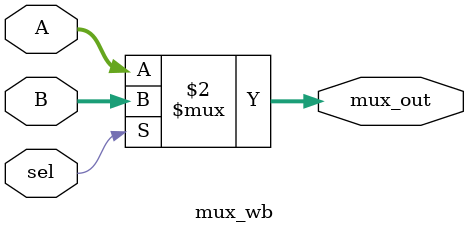
<source format=v>
module mux_wb (
    input sel,
    input [31:0] A, B,
    output [31:0] mux_out
);

    assign mux_out = (sel==1'b0) ? A : B;
    
endmodule
</source>
